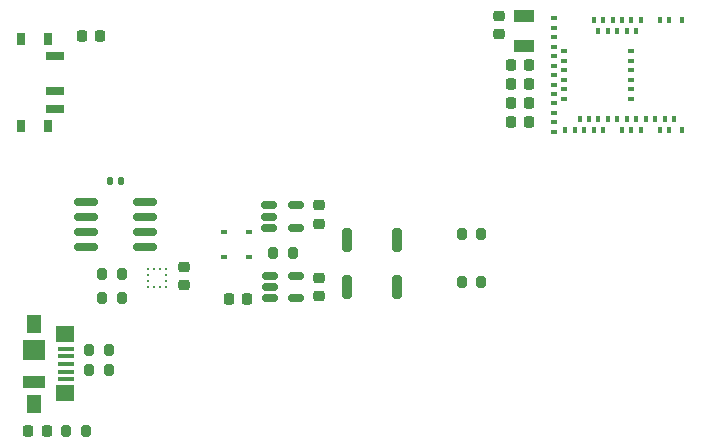
<source format=gbr>
%TF.GenerationSoftware,KiCad,Pcbnew,(6.0.6-0)*%
%TF.CreationDate,2023-05-14T21:26:16-05:00*%
%TF.ProjectId,MHC_MAIN_REV_2,4d48435f-4d41-4494-9e5f-5245565f322e,rev?*%
%TF.SameCoordinates,Original*%
%TF.FileFunction,Paste,Top*%
%TF.FilePolarity,Positive*%
%FSLAX46Y46*%
G04 Gerber Fmt 4.6, Leading zero omitted, Abs format (unit mm)*
G04 Created by KiCad (PCBNEW (6.0.6-0)) date 2023-05-14 21:26:16*
%MOMM*%
%LPD*%
G01*
G04 APERTURE LIST*
G04 Aperture macros list*
%AMRoundRect*
0 Rectangle with rounded corners*
0 $1 Rounding radius*
0 $2 $3 $4 $5 $6 $7 $8 $9 X,Y pos of 4 corners*
0 Add a 4 corners polygon primitive as box body*
4,1,4,$2,$3,$4,$5,$6,$7,$8,$9,$2,$3,0*
0 Add four circle primitives for the rounded corners*
1,1,$1+$1,$2,$3*
1,1,$1+$1,$4,$5*
1,1,$1+$1,$6,$7*
1,1,$1+$1,$8,$9*
0 Add four rect primitives between the rounded corners*
20,1,$1+$1,$2,$3,$4,$5,0*
20,1,$1+$1,$4,$5,$6,$7,0*
20,1,$1+$1,$6,$7,$8,$9,0*
20,1,$1+$1,$8,$9,$2,$3,0*%
G04 Aperture macros list end*
%ADD10R,0.275000X0.250000*%
%ADD11R,0.250000X0.275000*%
%ADD12RoundRect,0.225000X-0.225000X-0.250000X0.225000X-0.250000X0.225000X0.250000X-0.225000X0.250000X0*%
%ADD13R,0.800000X1.000000*%
%ADD14R,1.500000X0.700000*%
%ADD15R,0.600000X0.450000*%
%ADD16RoundRect,0.150000X-0.825000X-0.150000X0.825000X-0.150000X0.825000X0.150000X-0.825000X0.150000X0*%
%ADD17R,1.800000X1.000000*%
%ADD18RoundRect,0.225000X0.225000X0.250000X-0.225000X0.250000X-0.225000X-0.250000X0.225000X-0.250000X0*%
%ADD19RoundRect,0.225000X0.250000X-0.225000X0.250000X0.225000X-0.250000X0.225000X-0.250000X-0.225000X0*%
%ADD20R,1.300000X1.650000*%
%ADD21R,1.900000X1.000000*%
%ADD22R,1.550000X1.425000*%
%ADD23R,1.900000X1.800000*%
%ADD24R,1.380000X0.450000*%
%ADD25RoundRect,0.200000X0.200000X0.275000X-0.200000X0.275000X-0.200000X-0.275000X0.200000X-0.275000X0*%
%ADD26RoundRect,0.150000X-0.512500X-0.150000X0.512500X-0.150000X0.512500X0.150000X-0.512500X0.150000X0*%
%ADD27RoundRect,0.200000X-0.200000X-0.800000X0.200000X-0.800000X0.200000X0.800000X-0.200000X0.800000X0*%
%ADD28RoundRect,0.225000X-0.250000X0.225000X-0.250000X-0.225000X0.250000X-0.225000X0.250000X0.225000X0*%
%ADD29RoundRect,0.140000X0.140000X0.170000X-0.140000X0.170000X-0.140000X-0.170000X0.140000X-0.170000X0*%
%ADD30R,0.400000X0.600000*%
%ADD31R,0.600000X0.400000*%
%ADD32RoundRect,0.218750X0.218750X0.256250X-0.218750X0.256250X-0.218750X-0.256250X0.218750X-0.256250X0*%
%ADD33RoundRect,0.200000X-0.200000X-0.275000X0.200000X-0.275000X0.200000X0.275000X-0.200000X0.275000X0*%
G04 APERTURE END LIST*
D10*
%TO.C,U6*%
X29141700Y-43539600D03*
X29141700Y-44039600D03*
X29141700Y-44539600D03*
X29141700Y-45039600D03*
D11*
X29654200Y-45052100D03*
X30154200Y-45052100D03*
D10*
X30666700Y-45039600D03*
X30666700Y-44539600D03*
X30666700Y-44039600D03*
X30666700Y-43539600D03*
D11*
X30154200Y-43527100D03*
X29654200Y-43527100D03*
%TD*%
D12*
%TO.C,C9*%
X23537800Y-23833200D03*
X25087800Y-23833200D03*
%TD*%
D13*
%TO.C,SW4*%
X18440000Y-31390000D03*
X18440000Y-24090000D03*
X20650000Y-24090000D03*
X20650000Y-31390000D03*
D14*
X21300000Y-25490000D03*
X21300000Y-28490000D03*
X21300000Y-29990000D03*
%TD*%
D15*
%TO.C,D3*%
X37730000Y-40360000D03*
X35630000Y-40360000D03*
%TD*%
D16*
%TO.C,U3*%
X23915600Y-37871400D03*
X23915600Y-39141400D03*
X23915600Y-40411400D03*
X23915600Y-41681400D03*
X28865600Y-41681400D03*
X28865600Y-40411400D03*
X28865600Y-39141400D03*
X28865600Y-37871400D03*
%TD*%
D17*
%TO.C,Y1*%
X60990000Y-22110000D03*
X60990000Y-24610000D03*
%TD*%
D18*
%TO.C,C7*%
X37555000Y-46065000D03*
X36005000Y-46065000D03*
%TD*%
D19*
%TO.C,C11*%
X32203200Y-44869400D03*
X32203200Y-43319400D03*
%TD*%
D20*
%TO.C,J1*%
X19530000Y-48185000D03*
X19530000Y-54935000D03*
D21*
X19530000Y-53110000D03*
D22*
X22105000Y-54047500D03*
D23*
X19530000Y-50410000D03*
D22*
X22105000Y-49072500D03*
D24*
X22190000Y-50260000D03*
X22190000Y-50910000D03*
X22190000Y-51560000D03*
X22190000Y-52210000D03*
X22190000Y-52860000D03*
%TD*%
D25*
%TO.C,R7*%
X26939000Y-45987400D03*
X25289000Y-45987400D03*
%TD*%
D15*
%TO.C,D2*%
X37730000Y-42510000D03*
X35630000Y-42510000D03*
%TD*%
D18*
%TO.C,C6*%
X61435000Y-26260000D03*
X59885000Y-26260000D03*
%TD*%
D26*
%TO.C,U2*%
X39447500Y-44120000D03*
X39447500Y-45070000D03*
X39447500Y-46020000D03*
X41722500Y-46020000D03*
X41722500Y-44120000D03*
%TD*%
D27*
%TO.C,SW2*%
X46040000Y-45080000D03*
X50240000Y-45080000D03*
%TD*%
D28*
%TO.C,C10*%
X43610000Y-38150000D03*
X43610000Y-39700000D03*
%TD*%
D25*
%TO.C,R6*%
X57361400Y-44594400D03*
X55711400Y-44594400D03*
%TD*%
D29*
%TO.C,C8*%
X26860000Y-36110000D03*
X25900000Y-36110000D03*
%TD*%
D25*
%TO.C,R2*%
X25840000Y-50410000D03*
X24190000Y-50410000D03*
%TD*%
D30*
%TO.C,U1*%
X74390000Y-22460000D03*
X73290000Y-22460000D03*
X72490000Y-22460000D03*
X70890000Y-22460000D03*
X70490000Y-23360000D03*
X70090000Y-22460000D03*
X69690000Y-23360000D03*
X69290000Y-22460000D03*
X68890000Y-23360000D03*
X68490000Y-22460000D03*
X68090000Y-23360000D03*
X67690000Y-22460000D03*
X67290000Y-23360000D03*
X66890000Y-22460000D03*
D31*
X63490000Y-22310000D03*
X63490000Y-23110000D03*
X63490000Y-23910000D03*
X63490000Y-24710000D03*
X64390000Y-25110000D03*
X63490000Y-25510000D03*
X64390000Y-25910000D03*
X63490000Y-26310000D03*
X64390000Y-26710000D03*
X63490000Y-27110000D03*
X64390000Y-27510000D03*
X63490000Y-27910000D03*
X64390000Y-28310000D03*
X63490000Y-28710000D03*
X64390000Y-29110000D03*
X63490000Y-29510000D03*
X63490000Y-30310000D03*
X63490000Y-31110000D03*
X63490000Y-31910000D03*
D30*
X64490000Y-31760000D03*
X65290000Y-31760000D03*
X65690000Y-30860000D03*
X66090000Y-31760000D03*
X66490000Y-30860000D03*
X66890000Y-31760000D03*
X67290000Y-30860000D03*
X67690000Y-31760000D03*
X68090000Y-30860000D03*
X68890000Y-30860000D03*
X69290000Y-31760000D03*
X69690000Y-30860000D03*
X70090000Y-31760000D03*
X70490000Y-30860000D03*
X70890000Y-31760000D03*
X71290000Y-30860000D03*
X72090000Y-30860000D03*
X72490000Y-31760000D03*
X72890000Y-30860000D03*
X73290000Y-31760000D03*
X73690000Y-30860000D03*
X74390000Y-31760000D03*
D31*
X70090000Y-25110000D03*
X70090000Y-25910000D03*
X70090000Y-26710000D03*
X70090000Y-27510000D03*
X70090000Y-28310000D03*
X70090000Y-29110000D03*
%TD*%
D18*
%TO.C,C2*%
X61430000Y-31100000D03*
X59880000Y-31100000D03*
%TD*%
D19*
%TO.C,C4*%
X43615000Y-45855000D03*
X43615000Y-44305000D03*
%TD*%
D32*
%TO.C,D1*%
X20567500Y-57220000D03*
X18992500Y-57220000D03*
%TD*%
D25*
%TO.C,R1*%
X25835000Y-52060000D03*
X24185000Y-52060000D03*
%TD*%
%TO.C,R4*%
X41420000Y-42140000D03*
X39770000Y-42140000D03*
%TD*%
D18*
%TO.C,C3*%
X61430000Y-29500000D03*
X59880000Y-29500000D03*
%TD*%
D26*
%TO.C,U5*%
X39442500Y-38150000D03*
X39442500Y-39100000D03*
X39442500Y-40050000D03*
X41717500Y-40050000D03*
X41717500Y-38150000D03*
%TD*%
D19*
%TO.C,C5*%
X58860000Y-23660000D03*
X58860000Y-22110000D03*
%TD*%
D18*
%TO.C,C1*%
X61435000Y-27900000D03*
X59885000Y-27900000D03*
%TD*%
D27*
%TO.C,SW1*%
X46040000Y-41100000D03*
X50240000Y-41100000D03*
%TD*%
D25*
%TO.C,R5*%
X57353200Y-40563800D03*
X55703200Y-40563800D03*
%TD*%
D33*
%TO.C,R3*%
X22250000Y-57220000D03*
X23900000Y-57220000D03*
%TD*%
D25*
%TO.C,R8*%
X26942800Y-43988800D03*
X25292800Y-43988800D03*
%TD*%
M02*

</source>
